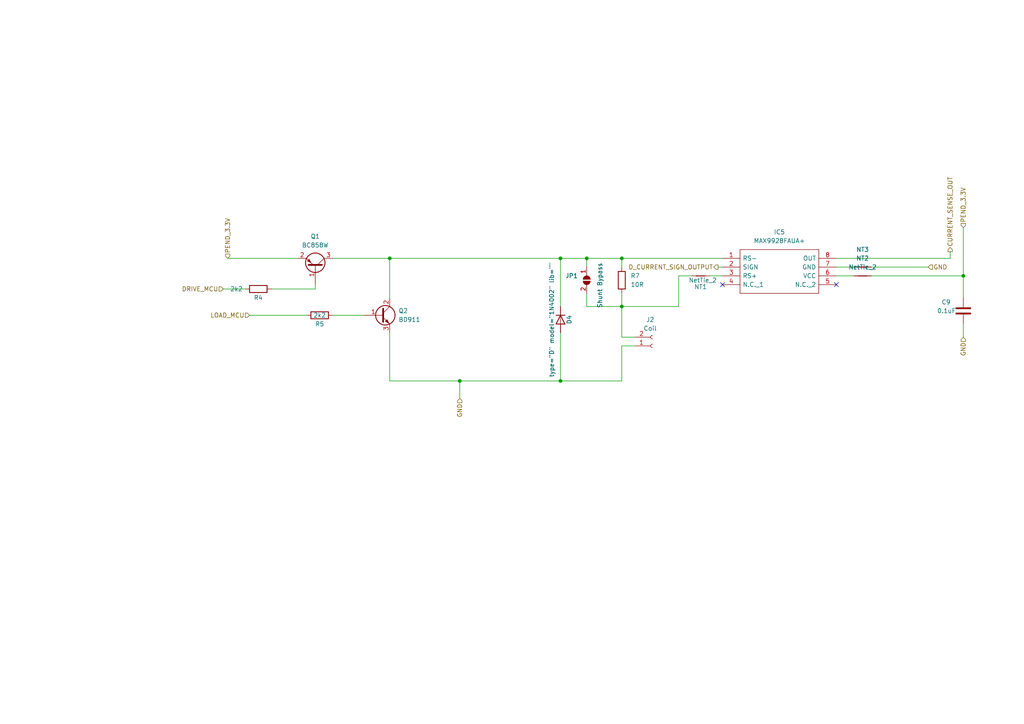
<source format=kicad_sch>
(kicad_sch (version 20211123) (generator eeschema)
  (paper "A4")
  (lib_symbols
    (symbol "Connector:Conn_01x02_Female" (pin_names (offset 1.016) hide)
      (property "Reference" "J" (at 0 2.54 0))
      (property "Value" "Conn_01x02_Female" (at 0 -5.08 0))
      (symbol "Conn_01x02_Female_1_1"
        (arc (start 0 -2.032) (mid -0.508 -2.54) (end 0 -3.048) (stroke (width 0.1524)))
        (polyline (pts (xy -1.27 -2.54) (xy -0.508 -2.54)) (stroke (width 0.1524)))
        (polyline (pts (xy -1.27 0) (xy -0.508 0)) (stroke (width 0.1524)))
        (arc (start 0 0.508) (mid -0.508 0) (end 0 -0.508) (stroke (width 0.1524)))
        (pin passive line (at -5.08 0 0) (length 3.81) (name "Pin_1") (number "1"))
        (pin passive line (at -5.08 -2.54 0) (length 3.81) (name "Pin_2") (number "2"))
      )
    )
    (symbol "Device:C" (pin_numbers hide) (pin_names (offset 0.254))
      (property "Reference" "C" (at 0.635 2.54 0))
      (property "Value" "C" (at 0.635 -2.54 0))
      (symbol "C_0_1"
        (polyline (pts (xy -2.032 -0.762) (xy 2.032 -0.762)) (stroke (width 0.508)))
        (polyline (pts (xy -2.032 0.762) (xy 2.032 0.762)) (stroke (width 0.508)))
      )
      (symbol "C_1_1"
        (pin passive line (at 0 3.81 270) (length 2.794) (name "~") (number "1"))
        (pin passive line (at 0 -3.81 90) (length 2.794) (name "~") (number "2"))
      )
    )
    (symbol "Device:NetTie_2" (pin_numbers hide) (pin_names (offset 0) hide)
      (property "Reference" "NT" (at 0 1.27 0))
      (property "Value" "NetTie_2" (at 0 -1.27 0))
      (symbol "NetTie_2_0_1"
        (polyline (pts (xy -1.27 0) (xy 1.27 0)) (stroke (width 0.254)))
      )
      (symbol "NetTie_2_1_1"
        (pin passive line (at -2.54 0 0) (length 2.54) (name "1") (number "1"))
        (pin passive line (at 2.54 0 180) (length 2.54) (name "2") (number "2"))
      )
    )
    (symbol "Device:R" (pin_numbers hide) (pin_names (offset 0))
      (property "Reference" "R" (at 2.032 0 90))
      (property "Value" "R" (at 0 0 90))
      (symbol "R_0_1"
        (rectangle (start -1.016 -2.54) (end 1.016 2.54) (stroke (width 0.254)))
      )
      (symbol "R_1_1"
        (pin passive line (at 0 3.81 270) (length 1.27) (name "~") (number "1"))
        (pin passive line (at 0 -3.81 90) (length 1.27) (name "~") (number "2"))
      )
    )
    (symbol "Jumper:SolderJumper_2_Open" (pin_names (offset 0) hide)
      (property "Reference" "JP" (at 0 2.032 0))
      (property "Value" "SolderJumper_2_Open" (at 0 -2.54 0))
      (symbol "SolderJumper_2_Open_0_1"
        (arc (start -0.254 1.016) (mid -1.27 0) (end -0.254 -1.016))
        (arc (start -0.254 1.016) (mid -1.27 0) (end -0.254 -1.016) (fill (type outline)))
        (polyline (pts (xy -0.254 1.016) (xy -0.254 -1.016)))
        (polyline (pts (xy 0.254 1.016) (xy 0.254 -1.016)))
        (arc (start 0.254 -1.016) (mid 1.27 0) (end 0.254 1.016))
        (arc (start 0.254 -1.016) (mid 1.27 0) (end 0.254 1.016) (fill (type outline)))
      )
      (symbol "SolderJumper_2_Open_1_1"
        (pin passive line (at -3.81 0 0) (length 2.54) (name "A") (number "1"))
        (pin passive line (at 3.81 0 180) (length 2.54) (name "B") (number "2"))
      )
    )
    (symbol "MAX9928FAUA+:MAX9928FAUA+" (pin_names (offset 0.762))
      (property "Reference" "IC" (at 29.21 7.62 0))
      (property "Value" "MAX9928FAUA+" (at 29.21 5.08 0))
      (symbol "MAX9928FAUA+_0_0"
        (pin passive line (at 0 0 0) (length 5.08) (name "RS-") (number "1"))
        (pin passive line (at 0 -2.54 0) (length 5.08) (name "SIGN") (number "2"))
        (pin passive line (at 0 -5.08 0) (length 5.08) (name "RS+") (number "3"))
        (pin passive line (at 0 -7.62 0) (length 5.08) (name "N.C._1") (number "4"))
        (pin passive line (at 33.02 -7.62 180) (length 5.08) (name "N.C._2") (number "5"))
        (pin passive line (at 33.02 -5.08 180) (length 5.08) (name "VCC") (number "6"))
        (pin passive line (at 33.02 -2.54 180) (length 5.08) (name "GND") (number "7"))
        (pin passive line (at 33.02 0 180) (length 5.08) (name "OUT") (number "8"))
      )
      (symbol "MAX9928FAUA+_0_1"
        (polyline (pts (xy 5.08 2.54) (xy 27.94 2.54) (xy 27.94 -10.16) (xy 5.08 -10.16) (xy 5.08 2.54)) (stroke (width 0.1524)))
      )
    )
    (symbol "Simulation_SPICE:DIODE" (pin_numbers hide) (pin_names (offset 1.016) hide)
      (property "Reference" "D" (at 0 2.54 0))
      (property "Value" "DIODE" (at 0 -2.54 0))
      (symbol "DIODE_0_1"
        (polyline (pts (xy 1.27 0) (xy -1.27 0)))
        (polyline (pts (xy 1.27 1.27) (xy 1.27 -1.27)) (stroke (width 0.254)))
        (polyline (pts (xy -1.27 -1.27) (xy -1.27 1.27) (xy 1.27 0) (xy -1.27 -1.27)) (stroke (width 0.254)))
      )
      (symbol "DIODE_1_1"
        (pin passive line (at -3.81 0 0) (length 2.54) (name "A") (number "1"))
        (pin passive line (at 3.81 0 180) (length 2.54) (name "K") (number "2"))
      )
    )
    (symbol "Transistor_BJT:BC858W" (pin_names (offset 0) hide)
      (property "Reference" "Q" (at 5.08 1.905 0))
      (property "Value" "BC858W" (at 5.08 0 0))
      (symbol "BC858W_0_1"
        (polyline (pts (xy 0.635 0.635) (xy 2.54 2.54)))
        (polyline (pts (xy 0.635 -0.635) (xy 2.54 -2.54) (xy 2.54 -2.54)))
        (polyline (pts (xy 0.635 1.905) (xy 0.635 -1.905) (xy 0.635 -1.905)) (stroke (width 0.508)))
        (polyline (pts (xy 2.286 -1.778) (xy 1.778 -2.286) (xy 1.27 -1.27) (xy 2.286 -1.778) (xy 2.286 -1.778)) (fill (type outline)))
        (circle (center 1.27 0) (radius 2.8194) (stroke (width 0.254)))
      )
      (symbol "BC858W_1_1"
        (pin input line (at -5.08 0 0) (length 5.715) (name "B") (number "1"))
        (pin passive line (at 2.54 -5.08 90) (length 2.54) (name "E") (number "2"))
        (pin passive line (at 2.54 5.08 270) (length 2.54) (name "C") (number "3"))
      )
    )
    (symbol "Transistor_BJT:BD911" (pin_names (offset 0) hide)
      (property "Reference" "Q" (at 6.35 1.905 0))
      (property "Value" "BD911" (at 6.35 0 0))
      (symbol "BD911_0_1"
        (polyline (pts (xy 0.635 0.635) (xy 2.54 2.54)))
        (polyline (pts (xy 0.635 -0.635) (xy 2.54 -2.54) (xy 2.54 -2.54)))
        (polyline (pts (xy 0.635 1.905) (xy 0.635 -1.905) (xy 0.635 -1.905)) (stroke (width 0.508)))
        (polyline (pts (xy 1.27 -1.778) (xy 1.778 -1.27) (xy 2.286 -2.286) (xy 1.27 -1.778) (xy 1.27 -1.778)) (fill (type outline)))
        (circle (center 1.27 0) (radius 2.8194) (stroke (width 0.254)))
      )
      (symbol "BD911_1_1"
        (pin input line (at -5.08 0 0) (length 5.715) (name "B") (number "1"))
        (pin passive line (at 2.54 5.08 270) (length 2.54) (name "C") (number "2"))
        (pin passive line (at 2.54 -5.08 90) (length 2.54) (name "E") (number "3"))
      )
    )
  )
  (junction (at 113.03 74.93))
  (junction (at 162.56 110.49))
  (junction (at 180.34 88.9))
  (junction (at 133.35 110.49))
  (junction (at 162.56 74.93))
  (junction (at 180.34 74.93))
  (junction (at 279.4 80.01))
  (junction (at 170.18 74.93))
  (no_connect (at 242.57 82.55))
  (no_connect (at 209.55 82.55))
  (wire (pts (xy 180.34 88.9) (xy 170.18 88.9)))
  (wire (pts (xy 242.57 77.47) (xy 247.65 77.47)))
  (wire (pts (xy 91.44 83.82) (xy 91.44 82.55)))
  (wire (pts (xy 113.03 96.52) (xy 113.03 110.49)))
  (wire (pts (xy 242.57 80.01) (xy 247.65 80.01)))
  (wire (pts (xy 279.4 66.04) (xy 279.4 80.01)))
  (wire (pts (xy 162.56 110.49) (xy 180.34 110.49)))
  (wire (pts (xy 180.34 85.09) (xy 180.34 88.9)))
  (wire (pts (xy 170.18 74.93) (xy 180.34 74.93)))
  (wire (pts (xy 162.56 110.49) (xy 133.35 110.49)))
  (wire (pts (xy 180.34 100.33) (xy 180.34 110.49)))
  (wire (pts (xy 279.4 80.01) (xy 279.4 86.36)))
  (wire (pts (xy 170.18 74.93) (xy 170.18 77.47)))
  (wire (pts (xy 78.74 83.82) (xy 91.44 83.82)))
  (wire (pts (xy 180.34 100.33) (xy 184.15 100.33)))
  (wire (pts (xy 180.34 97.79) (xy 184.15 97.79)))
  (wire (pts (xy 64.77 83.82) (xy 71.12 83.82)))
  (wire (pts (xy 242.57 74.93) (xy 275.59 74.93)))
  (wire (pts (xy 66.04 74.93) (xy 86.36 74.93)))
  (wire (pts (xy 275.59 73.025) (xy 275.59 74.93)))
  (wire (pts (xy 162.56 96.52) (xy 162.56 110.49)))
  (wire (pts (xy 72.39 91.44) (xy 88.9 91.44)))
  (wire (pts (xy 113.03 74.93) (xy 113.03 86.36)))
  (wire (pts (xy 252.73 77.47) (xy 269.24 77.47)))
  (wire (pts (xy 180.34 74.93) (xy 209.55 74.93)))
  (wire (pts (xy 180.34 74.93) (xy 180.34 77.47)))
  (wire (pts (xy 279.4 97.79) (xy 279.4 93.98)))
  (wire (pts (xy 113.03 110.49) (xy 133.35 110.49)))
  (wire (pts (xy 196.85 80.01) (xy 196.85 88.9)))
  (wire (pts (xy 162.56 74.93) (xy 162.56 88.9)))
  (wire (pts (xy 180.34 88.9) (xy 196.85 88.9)))
  (wire (pts (xy 133.35 110.49) (xy 133.35 115.57)))
  (wire (pts (xy 196.85 80.01) (xy 200.66 80.01)))
  (wire (pts (xy 96.52 74.93) (xy 113.03 74.93)))
  (wire (pts (xy 113.03 74.93) (xy 162.56 74.93)))
  (wire (pts (xy 170.18 85.09) (xy 170.18 88.9)))
  (wire (pts (xy 180.34 97.79) (xy 180.34 88.9)))
  (wire (pts (xy 162.56 74.93) (xy 170.18 74.93)))
  (wire (pts (xy 96.52 91.44) (xy 105.41 91.44)))
  (wire (pts (xy 252.73 80.01) (xy 279.4 80.01)))
  (wire (pts (xy 205.74 80.01) (xy 209.55 80.01)))
  (wire (pts (xy 208.28 77.47) (xy 209.55 77.47)))
  (hierarchical_label "GND" (shape input) (at 269.24 77.47 0))
  (hierarchical_label "CURRENT_SENSE_OUT" (shape output) (at 275.59 73.025 90))
  (hierarchical_label "LOAD_MCU" (shape input) (at 72.39 91.44 180))
  (hierarchical_label "PEND_3.3V" (shape input) (at 279.4 66.04 90))
  (hierarchical_label "GND" (shape input) (at 279.4 97.79 270))
  (hierarchical_label "DRIVE_MCU" (shape input) (at 64.77 83.82 180))
  (hierarchical_label "D_CURRENT_SIGN_OUTPUT" (shape output) (at 208.28 77.47 180))
  (hierarchical_label "PEND_3.3V" (shape input) (at 66.04 74.93 90))
  (hierarchical_label "GND" (shape input) (at 133.35 115.57 270))
  (symbol (lib_id "Device:R") (at 92.71 91.44 270) (unit 1)
    (property "Reference" "R5" (at 92.71 93.98 90))
    (property "Value" "2k2" (at 92.71 91.44 90))
    (property "Footprint" "Resistor_SMD:R_0805_2012Metric_Pad1.20x1.40mm_HandSolder" (effects hide))
  )
  (symbol (lib_id "Device:R") (at 180.34 81.28 0) (mirror y) (unit 1)
    (property "Reference" "R7" (at 182.88 80.0099 0) (effects (justify right)))
    (property "Value" "10R" (at 182.88 82.5499 0) (effects (justify right)))
    (property "Footprint" "Resistor_SMD:R_0805_2012Metric_Pad1.20x1.40mm_HandSolder" (effects hide))
  )
  (symbol (lib_id "Jumper:SolderJumper_2_Open") (at 170.18 81.28 90) (mirror x) (unit 1)
    (property "Reference" "JP1" (at 167.64 80.0099 90) (effects (justify left)))
    (property "Value" "Shunt Bypass" (at 173.99 76.2 0) (effects (justify left)))
    (property "Footprint" "Jumper:SolderJumper-2_P1.3mm_Open_Pad1.0x1.5mm" (effects hide))
  )
  (symbol (lib_id "Connector:Conn_01x02_Female") (at 189.23 100.33 0) (mirror x) (unit 1)
    (property "Reference" "J2" (at 188.595 92.71 0))
    (property "Value" "Coil" (at 188.595 95.25 0))
    (property "Footprint" "Connector_Molex:RSPROPenduinoTerminal" (effects hide))
  )
  (symbol (lib_id "Simulation_SPICE:DIODE") (at 162.56 92.71 90) (unit 1)
    (property "Reference" "D4" (at 165.1 92.71 0))
    (property "Value" "1N4002" (at 160.02 92.71 0))
    (property "Footprint" "Diode_THT:D_T-1_P5.08mm_Horizontal" (effects hide))
    (property "Spice_Netlist_Enabled" "Y" (effects hide))
    (property "Spice_Primitive" "D" (effects hide))
  )
  (symbol (lib_id "Device:NetTie_2") (at 250.19 77.47 0) (unit 1)
    (property "Reference" "NT3" (at 250.19 72.39 0))
  )
  (symbol (lib_id "Device:NetTie_2") (at 250.19 80.01 0) (unit 1)
    (property "Reference" "NT2" (at 250.19 74.93 0))
    (property "Value" "NetTie_2" (at 250.19 77.47 0))
    (property "Footprint" "NetTie:NetTie-2_SMD_Pad0.5mm" (effects hide))
  )
  (symbol (lib_id "Device:R") (at 74.93 83.82 270) (unit 1)
    (property "Reference" "R4" (at 74.93 86.36 90))
    (property "Value" "2k2" (at 68.58 83.82 90))
    (property "Footprint" "Resistor_SMD:R_0805_2012Metric_Pad1.20x1.40mm_HandSolder" (effects hide))
  )
  (symbol (lib_id "MAX9928FAUA+:MAX9928FAUA+") (at 209.55 74.93 0) (unit 1)
    (property "Reference" "IC5" (at 226.06 67.31 0))
    (property "Value" "MAX9928FAUA+" (at 226.06 69.85 0))
    (property "Footprint" "Sensor_Current:SOP65P490X110-8N" (effects hide))
    (property "Datasheet" "https://datasheet.datasheetarchive.com/originals/dk/DKDS-7/138374.pdf" (effects hide))
    (property "Description" "Maxim MAX9928FAUA+, Current Sensing Amplifier Single Bidirectional, Unidirectional 8-Pin uMAX" (effects hide))
    (property "Height" "1.1" (effects hide))
    (property "Manufacturer_Name" "Maxim Integrated" (effects hide))
    (property "Manufacturer_Part_Number" "MAX9928FAUA+" (effects hide))
    (property "Mouser Part Number" "700-MAX9928FAUA" (effects hide))
    (property "Mouser Price/Stock" "https://www.mouser.co.uk/ProductDetail/Maxim-Integrated/MAX9928FAUA%2b?qs=1eQvB6Dk1vjuLd8AJ8%252BsIw%3D%3D" (effects hide))
  )
  (symbol (lib_id "Device:NetTie_2") (at 203.2 80.01 0) (unit 1)
    (property "Reference" "NT1" (at 203.2 83.185 0))
    (property "Value" "NetTie_2" (at 203.835 81.28 0))
    (property "Footprint" "NetTie:NetTie-2_SMD_Pad0.5mm" (effects hide))
  )
  (symbol (lib_id "Transistor_BJT:BC858W") (at 91.44 77.47 270) (mirror x) (unit 1)
    (property "Reference" "Q1" (at 91.44 68.58 90))
    (property "Value" "BC858W" (at 91.44 71.12 90))
    (property "Footprint" "Package_TO_SOT_SMD:SOT-23" (effects hide))
    (property "Datasheet" "http://www.infineon.com/dgdl/Infineon-BC857SERIES_BC858SERIES_BC859SERIES_BC860SERIES-DS-v01_01-en.pdf?fileId=db3a304314dca389011541da0e3a1661" (effects hide))
  )
  (symbol (lib_id "Device:C") (at 279.4 90.17 0) (unit 1)
    (property "Reference" "C9" (at 273.05 87.63 0) (effects (justify left)))
    (property "Value" "0.1uF" (at 271.78 90.17 0) (effects (justify left)))
    (property "Footprint" "Capacitor_SMD:C_0805_2012Metric_Pad1.18x1.45mm_HandSolder" (effects hide))
  )
  (symbol (lib_id "Transistor_BJT:BD911") (at 110.49 91.44 0) (unit 1)
    (property "Reference" "Q2" (at 115.57 90.1699 0) (effects (justify left)))
    (property "Value" "BD911" (at 115.57 92.7099 0) (effects (justify left)))
    (property "Footprint" "Package_TO_SOT_SMD:SOT-23" (effects hide))
    (property "Datasheet" "http://www.st.com/internet/com/TECHNICAL_RESOURCES/TECHNICAL_LITERATURE/DATASHEET/CD00001277.pdf" (effects hide))
  )
)
</source>
